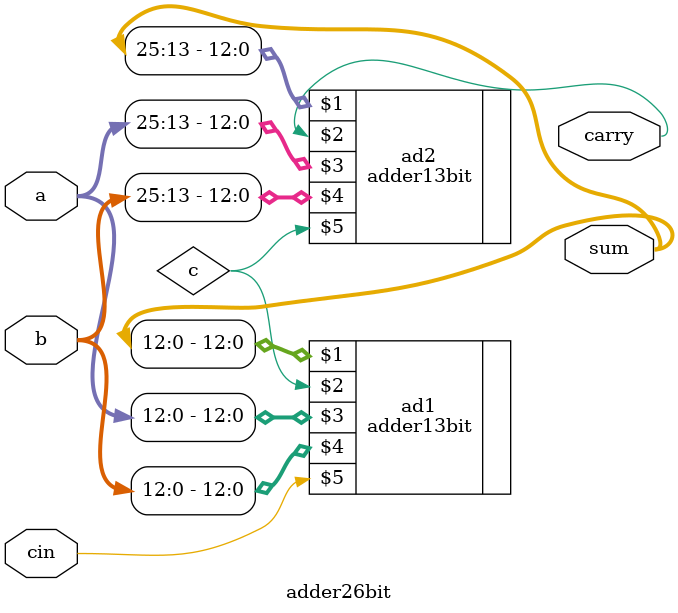
<source format=v>
`timescale 1ns / 1ps


module adder26bit(sum,carry,a,b,cin);
input [25:0] a,b;
input cin;
output [25:0] sum;
output carry;
wire c;
adder13bit ad1(sum[12:0],c,a[12:0],b[12:0],cin);
adder13bit ad2(sum[25:13],carry,a[25:13],b[25:13],c);
endmodule

</source>
